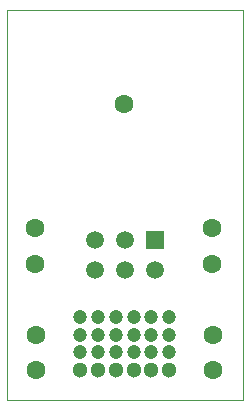
<source format=gbl>
G04 Layer_Physical_Order=2*
G04 Layer_Color=16711680*
%FSLAX42Y42*%
%MOMM*%
G71*
G01*
G75*
%ADD14C,0.10*%
%ADD15C,1.60*%
%ADD16R,1.50X1.50*%
%ADD17C,1.50*%
%ADD18C,1.20*%
%ADD19C,1.30*%
D14*
X0Y0D02*
Y3300D01*
X2000D01*
Y0D02*
Y3300D01*
X0Y0D02*
X2000D01*
D15*
X1740Y1150D02*
D03*
X240D02*
D03*
X1750Y550D02*
D03*
X250D02*
D03*
Y250D02*
D03*
X1750D02*
D03*
X1740Y1450D02*
D03*
X240D02*
D03*
X996Y2500D02*
D03*
D16*
X1254Y1350D02*
D03*
D17*
X1000D02*
D03*
X746D02*
D03*
X1000Y1096D02*
D03*
X746D02*
D03*
X1254D02*
D03*
D18*
X775Y400D02*
D03*
X1075D02*
D03*
X1225D02*
D03*
X925D02*
D03*
Y550D02*
D03*
X1225D02*
D03*
X1075D02*
D03*
X625D02*
D03*
Y700D02*
D03*
X775D02*
D03*
X1075D02*
D03*
X1225D02*
D03*
X925D02*
D03*
X625Y400D02*
D03*
X775Y550D02*
D03*
X1375Y700D02*
D03*
Y550D02*
D03*
Y400D02*
D03*
D19*
X925Y250D02*
D03*
X1375D02*
D03*
X1225D02*
D03*
X1075D02*
D03*
X775D02*
D03*
X625D02*
D03*
M02*

</source>
